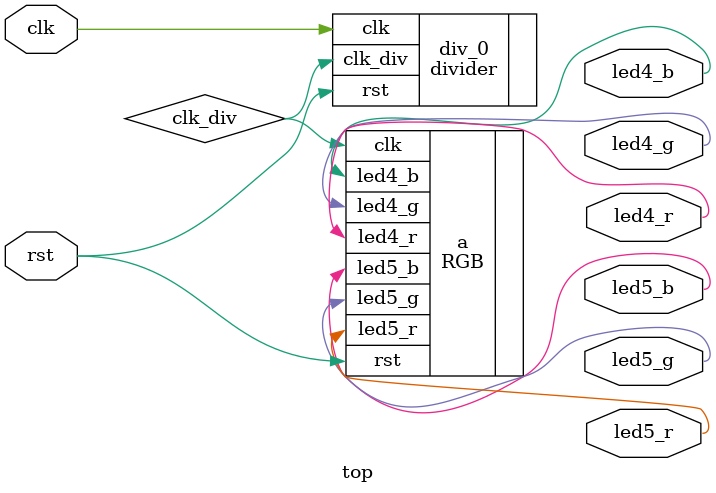
<source format=v>
module top(
    input   clk   ,
    input   rst   ,
    output  led4_b,led4_g,led4_r,led5_b,led5_g,led5_r  
    );
    
    wire    clk_div ;
    
    RGB a(
    .clk    (clk_div),
    .rst    (rst),
    .led4_b (led4_b),
    .led4_r (led4_r),
    .led4_g (led4_g),
    .led5_b (led5_b),
    .led5_r (led5_r),
    .led5_g (led5_g)
    );
    
    
    divider div_0(
    .clk    (clk),
    .rst    (rst),
    .clk_div    (clk_div)
    );
    
    
endmodule

</source>
